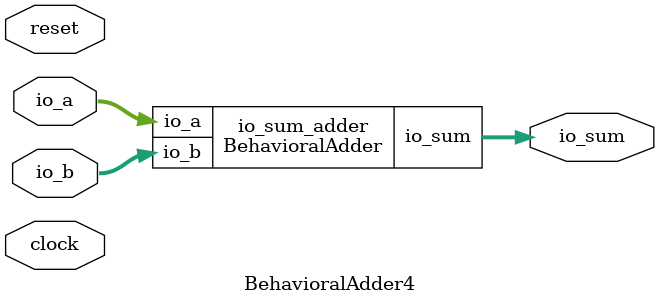
<source format=v>
module BehavioralAdder (
	io_a,
	io_b,
	io_sum
);
	input [3:0] io_a;
	input [3:0] io_b;
	output wire [3:0] io_sum;
	assign io_sum = io_a + io_b;
endmodule
module BehavioralAdder4 (
	clock,
	reset,
	io_a,
	io_b,
	io_sum
);
	input clock;
	input reset;
	input [3:0] io_a;
	input [3:0] io_b;
	output wire [3:0] io_sum;
	BehavioralAdder io_sum_adder(
		.io_a(io_a),
		.io_b(io_b),
		.io_sum(io_sum)
	);
endmodule

</source>
